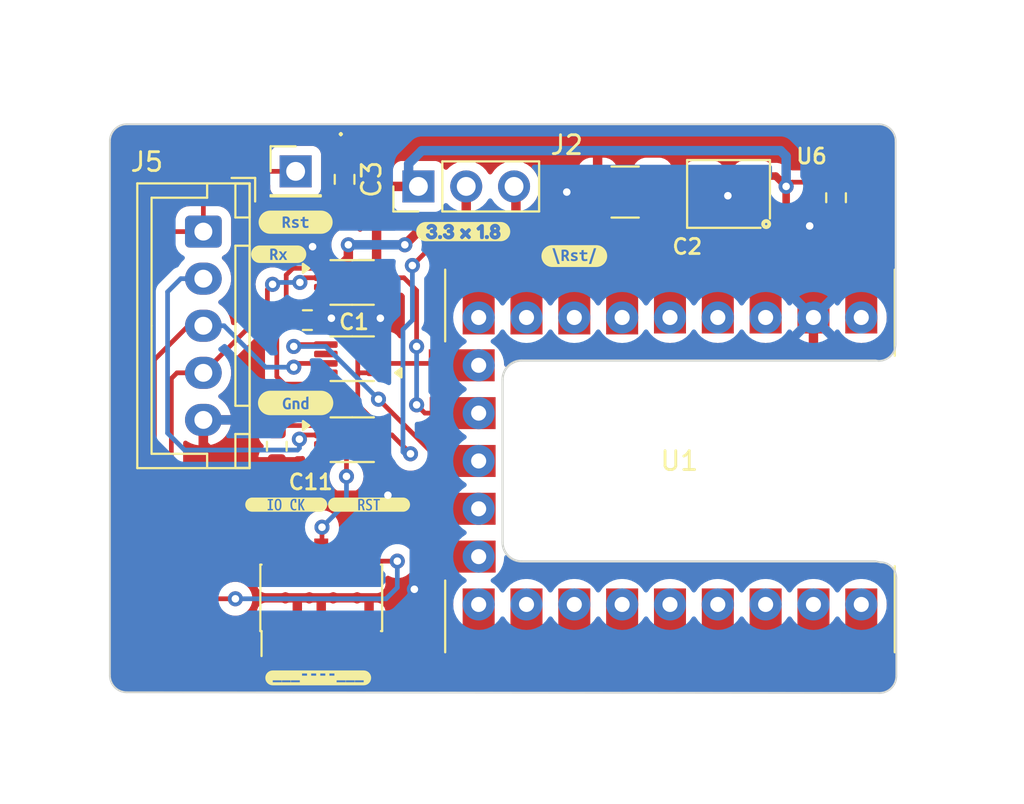
<source format=kicad_pcb>
(kicad_pcb (version 20240108) (generator "pcbnew") (generator_version "8.0")
  (layers (0 "F.Cu" signal) (31 "B.Cu" signal) (34 "B.Paste" user) (35 "F.Paste" user) (36 "B.SilkS" user "B.Silkscreen") (37 "F.SilkS" user "F.Silkscreen") (38 "B.Mask" user) (39 "F.Mask" user) (44 "Edge.Cuts" user))
  (net 0 "")
  (net 1 "+3.3V")
  (net 7 "GND")
  (net 15 "OUT_UART_RX")
  (net 19 "INOUT_NRESET")
  (net 20 "OUT_SWDIO")
  (net 21 "OUT_SWDCLK")
  (net 25 "INOUT_SWO")
  (net 26 "OUT_UART_RX_3V")
  (net 27 "INOUT_SWO_3v")
  (net 28 "VTREF")
  (net 29 "OUT_SWDIO_3V")
  (net 31 "OUT_SWDCLK_3V")
  (net 36 "V1.8")
  (net 37 "SWIO_DIR_3V")
  (footprint "kibuzzard-6719D703" (layer "F.Cu") (at 119.405025 95.694975)
    (property "Reference" "kibuzzard-6719D703" (hide yes))
    (property "Value" "G***" (hide yes))
  )
  (footprint "Resistor_SMD:R_0603_1608Metric" (layer "F.Cu") (at 117.205025 83.394975 -90)
    (property "Reference" "C11" (at 1.9 -1.8 180) (layer "F.SilkS") (effects (font (size 0.8 0.8))))
    (property "Value" "100n")
    (pad "1" smd roundrect (at -0.825 0 270) (size 0.8 0.95) (layers "F.Cu" "F.Paste" "F.Mask") (net 28 "VTREF"))
    (pad "2" smd roundrect (at 0.825 0 270) (size 0.8 0.95) (layers "F.Cu" "F.Paste" "F.Mask") (net 7 "GND"))
  )
  (footprint "Connector_PinHeader_2.54mm:PinHeader_1x03_P2.54mm_Vertical" (layer "F.Cu") (at 124.725025 69.594975 90)
    (property "Reference" "J2" (at 2.2 7.88 180) (layer "F.SilkS"))
    (property "Value" "Conn_01x03_Socket")
    (pad "1" thru_hole rect (at 0 0 90) (size 1.7 1.7) (drill 1) (layers "*.Cu" "*.Mask") (net 1 "+3.3V"))
    (pad "2" thru_hole oval (at 0 2.54 90) (size 1.7 1.7) (drill 1) (layers "*.Cu" "*.Mask") (net 28 "VTREF"))
    (pad "3" thru_hole oval (at 0 5.08 90) (size 1.7 1.7) (drill 1) (layers "*.Cu" "*.Mask") (net 36 "V1.8"))
  )
  (footprint "kibuzzard-6713DC16" (layer "F.Cu") (at 122.105025 86.494975)
    (property "Reference" "kibuzzard-6713DC16" (hide yes))
    (property "Value" "G***" (hide yes))
  )
  (footprint "Resistor_SMD:R_1210_3225Metric" (layer "F.Cu") (at 135.705025 69.894975 180)
    (property "Reference" "C2" (at -3.3 -2.9 0) (layer "F.SilkS") (effects (font (size 0.8 0.8))))
    (property "Value" "47u")
    (pad "1" smd roundrect (at -1.4625 0 180) (size 1.125 2.65) (layers "F.Cu" "F.Paste" "F.Mask") (roundrect_rratio 0.222222) (net 36 "V1.8"))
    (pad "2" smd roundrect (at 1.4625 0 180) (size 1.125 2.65) (layers "F.Cu" "F.Paste" "F.Mask") (roundrect_rratio 0.222222) (net 7 "GND"))
  )
  (footprint "Resistor_SMD:R_0603_1608Metric" (layer "F.Cu") (at 120.805025 69.219975 -90)
    (property "Reference" "C3" (at 0 -1.43 90) (layer "F.SilkS"))
    (property "Value" "100n")
    (pad "1" smd roundrect (at -0.825 0 270) (size 0.8 0.95) (layers "F.Cu" "F.Paste" "F.Mask") (net 1 "+3.3V"))
    (pad "2" smd roundrect (at 0.825 0 270) (size 0.8 0.95) (layers "F.Cu" "F.Paste" "F.Mask") (net 7 "GND"))
  )
  (footprint "kibuzzard-6719D5F3" (layer "F.Cu") (at 118.205025 71.494975)
    (property "Reference" "kibuzzard-6719D5F3" (hide yes))
    (property "Value" "G***" (hide yes))
  )
  (footprint "kibuzzard-6719D5E3" (layer "F.Cu") (at 118.205025 81.094975)
    (property "Reference" "kibuzzard-6719D5E3" (hide yes))
    (property "Value" "G***" (hide yes))
  )
  (footprint "Package_SO:VSSOP-8_2.3x2mm_P0.5mm" (layer "F.Cu") (at 121.21005 78.744975 180)
    (property "Reference" "U5" (hide yes))
    (property "Value" "VTREF<->3V")
    (pad "1" smd roundrect (at -1.4 -0.75 180) (size 1.25 0.35) (layers "F.Cu" "F.Paste" "F.Mask") (net 1 "+3.3V"))
    (pad "2" smd roundrect (at -1.4 -0.25 180) (size 1.25 0.35) (layers "F.Cu" "F.Paste" "F.Mask") (net 29 "OUT_SWDIO_3V"))
    (pad "3" smd roundrect (at -1.4 0.25 180) (size 1.25 0.35) (layers "F.Cu" "F.Paste" "F.Mask"))
    (pad "4" smd roundrect (at -1.4 0.75 180) (size 1.25 0.35) (layers "F.Cu" "F.Paste" "F.Mask") (net 7 "GND"))
    (pad "5" smd roundrect (at 1.4 0.75 180) (size 1.25 0.35) (layers "F.Cu" "F.Paste" "F.Mask") (net 37 "SWIO_DIR_3V"))
    (pad "6" smd roundrect (at 1.4 0.25 180) (size 1.25 0.35) (layers "F.Cu" "F.Paste" "F.Mask"))
    (pad "7" smd roundrect (at 1.4 -0.25 180) (size 1.25 0.35) (layers "F.Cu" "F.Paste" "F.Mask") (net 20 "OUT_SWDIO"))
    (pad "8" smd roundrect (at 1.4 -0.75 180) (size 1.25 0.35) (layers "F.Cu" "F.Paste" "F.Mask") (net 28 "VTREF"))
  )
  (footprint "kibuzzard-6713DC2E" (layer "F.Cu") (at 117.705025 86.494975)
    (property "Reference" "kibuzzard-6713DC2E" (hide yes))
    (property "Value" "G***" (hide yes))
  )
  (footprint "Package_SO:VSSOP-8_2.3x2mm_P0.5mm" (layer "F.Cu") (at 121.21005 83.044975)
    (property "Reference" "U4" (hide yes))
    (property "Value" "VTREF->3V")
    (pad "1" smd roundrect (at -1.4 -0.75) (size 1.25 0.35) (layers "F.Cu" "F.Paste" "F.Mask") (net 28 "VTREF"))
    (pad "2" smd roundrect (at -1.4 -0.25) (size 1.25 0.35) (layers "F.Cu" "F.Paste" "F.Mask") (net 15 "OUT_UART_RX"))
    (pad "3" smd roundrect (at -1.4 0.25) (size 1.25 0.35) (layers "F.Cu" "F.Paste" "F.Mask") (net 25 "INOUT_SWO"))
    (pad "4" smd roundrect (at -1.4 0.75) (size 1.25 0.35) (layers "F.Cu" "F.Paste" "F.Mask") (net 7 "GND"))
    (pad "5" smd roundrect (at 1.4 0.75) (size 1.25 0.35) (layers "F.Cu" "F.Paste" "F.Mask") (net 28 "VTREF"))
    (pad "6" smd roundrect (at 1.4 0.25) (size 1.25 0.35) (layers "F.Cu" "F.Paste" "F.Mask") (net 27 "INOUT_SWO_3v"))
    (pad "7" smd roundrect (at 1.4 -0.25) (size 1.25 0.35) (layers "F.Cu" "F.Paste" "F.Mask") (net 26 "OUT_UART_RX_3V"))
    (pad "8" smd roundrect (at 1.4 -0.75) (size 1.25 0.35) (layers "F.Cu" "F.Paste" "F.Mask") (net 1 "+3.3V"))
  )
  (footprint "Connector_JST:JST_XH_B5B-XH-A_1x05_P2.50mm_Vertical" (layer "F.Cu") (at 113.305025 71.994975 -90)
    (property "Reference" "J5" (at -3.7 3 180) (layer "F.SilkS"))
    (property "Value" "Debug port")
    (pad "1" thru_hole roundrect (at 0 0 270) (size 1.7 1.95) (drill 0.95) (layers "*.Cu" "*.Mask") (roundrect_rratio 0.147059) (net 19 "INOUT_NRESET"))
    (pad "2" thru_hole oval (at 2.5 0 270) (size 1.7 1.95) (drill 0.95) (layers "*.Cu" "*.Mask") (net 15 "OUT_UART_RX"))
    (pad "3" thru_hole oval (at 5 0 270) (size 1.7 1.95) (drill 0.95) (layers "*.Cu" "*.Mask") (net 20 "OUT_SWDIO"))
    (pad "4" thru_hole oval (at 7.5 0 270) (size 1.7 1.95) (drill 0.95) (layers "*.Cu" "*.Mask") (net 21 "OUT_SWDCLK"))
    (pad "5" thru_hole oval (at 10 0 270) (size 1.7 1.95) (drill 0.95) (layers "*.Cu" "*.Mask") (net 7 "GND"))
  )
  (footprint "kibuzzard-6719D73B" (layer "F.Cu") (at 133.005025 73.294975)
    (property "Reference" "kibuzzard-6719D73B" (hide yes))
    (property "Value" "G***" (hide yes))
  )
  (footprint "PCM_Package_TO_SOT_SMD_AKL:TSOT-23-5" (layer "F.Cu") (at 141.195025 69.994975 180)
    (property "Reference" "U6" (at -4.41 2 0) (layer "F.SilkS") (effects (font (size 0.8 0.8))))
    (property "Value" "RT9013-33GB" (hide yes))
    (pad "1" smd roundrect (at -1.31 -0.95 180) (size 1.22 0.65) (layers "F.Cu" "F.Paste" "F.Mask") (net 1 "+3.3V"))
    (pad "2" smd roundrect (at -1.31 0 180) (size 1.22 0.65) (layers "F.Cu" "F.Paste" "F.Mask") (net 7 "GND"))
    (pad "3" smd roundrect (at -1.31 0.95 180) (size 1.22 0.65) (layers "F.Cu" "F.Paste" "F.Mask") (net 1 "+3.3V"))
    (pad "4" smd roundrect (at 1.31 0.95 180) (size 1.22 0.65) (layers "F.Cu" "F.Paste" "F.Mask"))
    (pad "5" smd roundrect (at 1.31 -0.95 180) (size 1.22 0.65) (layers "F.Cu" "F.Paste" "F.Mask") (net 36 "V1.8"))
  )
  (footprint "kibuzzard-6719D670" (layer "F.Cu") (at 117.305025 73.194975)
    (property "Reference" "kibuzzard-6719D670" (hide yes))
    (property "Value" "G***" (hide yes))
  )
  (footprint "Connector_PinHeader_1.27mm:PinHeader_2x05_P1.27mm_Vertical_SMD" (layer "F.Cu") (at 119.565025 91.444975 90)
    (property "Reference" "J1" (hide yes))
    (property "Value" "jtag")
    (pad "1" smd rect (at -1.95 -2.54 90) (size 2.4 0.74) (layers "F.Cu" "F.Paste" "F.Mask"))
    (pad "2" smd rect (at 1.95 -2.54 90) (size 2.4 0.74) (layers "F.Cu" "F.Paste" "F.Mask") (net 20 "OUT_SWDIO"))
    (pad "3" smd rect (at -1.95 -1.27 90) (size 2.4 0.74) (layers "F.Cu" "F.Paste" "F.Mask") (net 7 "GND"))
    (pad "4" smd rect (at 1.95 -1.27 90) (size 2.4 0.74) (layers "F.Cu" "F.Paste" "F.Mask") (net 21 "OUT_SWDCLK"))
    (pad "5" smd rect (at -1.95 0 90) (size 2.4 0.74) (layers "F.Cu" "F.Paste" "F.Mask") (net 7 "GND"))
    (pad "6" smd rect (at 1.95 0 90) (size 2.4 0.74) (layers "F.Cu" "F.Paste" "F.Mask") (net 25 "INOUT_SWO"))
    (pad "7" smd rect (at -1.95 1.27 90) (size 2.4 0.74) (layers "F.Cu" "F.Paste" "F.Mask"))
    (pad "8" smd rect (at 1.95 1.27 90) (size 2.4 0.74) (layers "F.Cu" "F.Paste" "F.Mask"))
    (pad "9" smd rect (at -1.95 2.54 90) (size 2.4 0.74) (layers "F.Cu" "F.Paste" "F.Mask") (net 7 "GND"))
    (pad "10" smd rect (at 1.95 2.54 90) (size 2.4 0.74) (layers "F.Cu" "F.Paste" "F.Mask") (net 19 "INOUT_NRESET"))
  )
  (footprint "Resistor_SMD:R_0603_1608Metric" (layer "F.Cu") (at 118.830025 76.694975)
    (property "Reference" "C1" (at 2.475 0.1 0) (layer "F.SilkS") (effects (font (size 0.8 0.8))))
    (property "Value" "100n")
    (pad "1" smd roundrect (at -0.825 0) (size 0.8 0.95) (layers "F.Cu" "F.Paste" "F.Mask") (net 28 "VTREF"))
    (pad "2" smd roundrect (at 0.825 0) (size 0.8 0.95) (layers "F.Cu" "F.Paste" "F.Mask") (net 7 "GND"))
  )
  (footprint "Resistor_SMD:R_0603_1608Metric" (layer "F.Cu") (at 146.905025 70.194975 -90)
    (property "Reference" "C10" (hide yes))
    (property "Value" "100n")
    (pad "1" smd roundrect (at -0.825 0 270) (size 0.8 0.95) (layers "F.Cu" "F.Paste" "F.Mask") (net 1 "+3.3V"))
    (pad "2" smd roundrect (at 0.825 0 270) (size 0.8 0.95) (layers "F.Cu" "F.Paste" "F.Mask") (net 7 "GND"))
  )
  (footprint "Connector_PinHeader_2.54mm:PinHeader_1x01_P2.54mm_Vertical" (layer "F.Cu") (at 118.205025 68.794975)
    (property "Reference" "." (at 2.4 -2.3 0) (layer "F.SilkS") (effects (font (size 0.8 0.8))))
    (property "Value" "PinHeader_1x01_P2.54mm_Vertical")
    (pad "1" thru_hole rect (at 0 0) (size 1.7 1.7) (drill 1) (layers "*.Cu" "*.Mask") (net 19 "INOUT_NRESET"))
  )
  (footprint "RP2040 Carrier:RP2040 Zero" (layer "F.Cu") (at 125.258025 74.014975 -90)
    (property "Reference" "U1" (at 10.16 -13.327 0) (layer "F.SilkS"))
    (property "Value" "RP2040-Zero")
    (fp_line (start 5.842 -3.937) (end 14.478 -3.937) (stroke (width 0.12)) (layer "Edge.Cuts"))
    (fp_line (start 15.494 -4.953) (end 15.494 -23.749) (stroke (width 0.12)) (layer "Edge.Cuts"))
    (fp_line (start 4.826 -23.749) (end 4.826 -4.953) (stroke (width 0.12)) (layer "Edge.Cuts"))
    (fp_arc (start 5.842 -3.937) (mid 5.12358 -4.23458) (end 4.826 -4.953) (stroke (width 0.12)) (layer "Edge.Cuts"))
    (fp_arc (start 15.494 -4.953) (mid 15.19642 -4.23458) (end 14.478 -3.937) (stroke (width 0.12)) (layer "Edge.Cuts"))
    (pad "1" smd rect (at 1.64 -22.987 270) (size 3.5 1.7) (layers "F.Cu" "F.Mask"))
    (pad "1" thru_hole circle (at 2.54 -22.987 270) (size 1.7 1.7) (drill 0.8) (layers "*.Cu" "*.Mask"))
    (pad "2" smd rect (at 1.64 -20.447 270) (size 3.5 1.7) (layers "F.Cu" "F.Mask") (net 7 "GND"))
    (pad "2" thru_hole circle (at 2.54 -20.447 270) (size 1.7 1.7) (drill 0.8) (layers "*.Cu" "*.Mask") (net 7 "GND"))
    (pad "3" smd rect (at 1.64 -17.907 270) (size 3.5 1.7) (layers "F.Cu" "F.Mask") (net 1 "+3.3V"))
    (pad "3" thru_hole circle (at 2.54 -17.907 270) (size 1.7 1.7) (drill 0.8) (layers "*.Cu" "*.Mask") (net 1 "+3.3V"))
    (pad "4" smd rect (at 1.64 -15.367 270) (size 3.5 1.7) (layers "F.Cu" "F.Mask"))
    (pad "4" thru_hole circle (at 2.54 -15.367 270) (size 1.7 1.7) (drill 0.8) (layers "*.Cu" "*.Mask"))
    (pad "5" smd rect (at 1.64 -12.827 270) (size 3.5 1.7) (layers "F.Cu" "F.Mask") (net 26 "OUT_UART_RX_3V"))
    (pad "5" thru_hole circle (at 2.54 -12.827 270) (size 1.7 1.7) (drill 0.8) (layers "*.Cu" "*.Mask") (net 26 "OUT_UART_RX_3V"))
    (pad "6" smd rect (at 1.69 -10.287 270) (size 3.5 1.7) (layers "F.Cu" "F.Mask"))
    (pad "6" thru_hole circle (at 2.54 -10.287 270) (size 1.7 1.7) (drill 0.8) (layers "*.Cu" "*.Mask"))
    (pad "7" smd rect (at 1.69 -7.747 270) (size 3.5 1.7) (layers "F.Cu" "F.Mask") (net 19 "INOUT_NRESET"))
    (pad "7" thru_hole circle (at 2.54 -7.747 270) (size 1.7 1.7) (drill 0.8) (layers "*.Cu" "*.Mask") (net 19 "INOUT_NRESET"))
    (pad "8" smd rect (at 1.69 -5.207 270) (size 3.5 1.7) (layers "F.Cu" "F.Mask"))
    (pad "8" thru_hole circle (at 2.54 -5.207 270) (size 1.7 1.7) (drill 0.8) (layers "*.Cu" "*.Mask"))
    (pad "9" smd rect (at 1.69 -2.667 270) (size 3.5 1.7) (layers "F.Cu" "F.Mask"))
    (pad "9" thru_hole circle (at 2.54 -2.667 270) (size 1.7 1.7) (drill 0.8) (layers "*.Cu" "*.Mask"))
    (pad "10" thru_hole circle (at 17.78 -22.987 270) (size 1.7 1.7) (drill 0.8) (layers "*.Cu" "*.Mask"))
    (pad "10" smd rect (at 18.68 -22.987 270) (size 3.5 1.7) (layers "F.Cu" "F.Mask"))
    (pad "11" thru_hole circle (at 17.78 -20.447 270) (size 1.7 1.7) (drill 0.8) (layers "*.Cu" "*.Mask"))
    (pad "11" smd rect (at 18.68 -20.447 270) (size 3.5 1.7) (layers "F.Cu" "F.Mask"))
    (pad "12" thru_hole circle (at 17.78 -17.907 270) (size 1.7 1.7) (drill 0.8) (layers "*.Cu" "*.Mask"))
    (pad "12" smd rect (at 18.68 -17.907 270) (size 3.5 1.7) (layers "F.Cu" "F.Mask"))
    (pad "13" thru_hole circle (at 17.78 -15.367 270) (size 1.7 1.7) (drill 0.8) (layers "*.Cu" "*.Mask"))
    (pad "13" smd rect (at 18.68 -15.367 270) (size 3.5 1.7) (layers "F.Cu" "F.Mask"))
    (pad "14" thru_hole circle (at 17.78 -12.827 270) (size 1.7 1.7) (drill 0.8) (layers "*.Cu" "*.Mask"))
    (pad "14" smd rect (at 18.68 -12.827 270) (size 3.5 1.7) (layers "F.Cu" "F.Mask"))
    (pad "15" thru_hole circle (at 17.78 -10.287 270) (size 1.7 1.7) (drill 0.8) (layers "*.Cu" "*.Mask"))
    (pad "15" smd rect (at 18.68 -10.287 270) (size 3.5 1.7) (layers "F.Cu" "F.Mask"))
    (pad "16" thru_hole circle (at 17.78 -7.747 270) (size 1.7 1.7) (drill 0.8) (layers "*.Cu" "*.Mask"))
    (pad "16" smd rect (at 18.68 -7.747 270) (size 3.5 1.7) (layers "F.Cu" "F.Mask"))
    (pad "17" thru_hole circle (at 17.78 -5.207 270) (size 1.7 1.7) (drill 0.8) (layers "*.Cu" "*.Mask"))
    (pad "17" smd rect (at 18.68 -5.207 270) (size 3.5 1.7) (layers "F.Cu" "F.Mask"))
    (pad "18" thru_hole circle (at 17.78 -2.667 270) (size 1.7 1.7) (drill 0.8) (layers "*.Cu" "*.Mask"))
    (pad "18" smd rect (at 18.68 -2.667 270) (size 3.5 1.7) (layers "F.Cu" "F.Mask"))
    (pad "19" thru_hole circle (at 5.08 -2.667 270) (size 1.7 1.7) (drill 0.8) (layers "*.Cu" "*.Mask") (net 29 "OUT_SWDIO_3V"))
    (pad "19" smd rect (at 5.08 -1.767) (size 3.5 1.7) (layers "F.Cu" "F.Mask") (net 29 "OUT_SWDIO_3V"))
    (pad "20" thru_hole circle (at 7.62 -2.667 270) (size 1.7 1.7) (drill 0.8) (layers "*.Cu" "*.Mask") (net 31 "OUT_SWDCLK_3V"))
    (pad "20" smd rect (at 7.62 -1.817) (size 3.5 1.7) (layers "F.Cu" "F.Mask") (net 31 "OUT_SWDCLK_3V"))
    (pad "21" thru_hole circle (at 10.16 -2.667 270) (size 1.7 1.7) (drill 0.8) (layers "*.Cu" "*.Mask") (net 37 "SWIO_DIR_3V"))
    (pad "21" smd rect (at 10.16 -1.817) (size 3.5 1.7) (layers "F.Cu" "F.Mask") (net 37 "SWIO_DIR_3V"))
    (pad "22" thru_hole circle (at 12.7 -2.667 270) (size 1.7 1.7) (drill 0.8) (layers "*.Cu" "*.Mask") (net 19 "INOUT_NRESET"))
    (pad "22" smd rect (at 12.7 -1.817) (size 3.5 1.7) (layers "F.Cu" "F.Mask") (net 19 "INOUT_NRESET"))
    (pad "23" thru_hole circle (at 15.24 -2.667 270) (size 1.7 1.7) (drill 0.8) (layers "*.Cu" "*.Mask"))
    (pad "23" smd rect (at 15.24 -1.817) (size 3.5 1.7) (layers "F.Cu" "F.Mask"))
  )
  (footprint "kibuzzard-6714FCCA" (layer "F.Cu") (at 127.105025 71.994975)
    (property "Reference" "kibuzzard-6714FCCA" (hide yes))
    (property "Value" "G***" (hide yes))
  )
  (footprint "Package_SO:VSSOP-8_2.3x2mm_P0.5mm" (layer "F.Cu") (at 121.205025 74.694975)
    (property "Reference" "U3" (hide yes))
    (property "Value" "3V->VTREF")
    (pad "1" smd roundrect (at -1.4 -0.75) (size 1.25 0.35) (layers "F.Cu" "F.Paste" "F.Mask") (net 28 "VTREF"))
    (pad "2" smd roundrect (at -1.4 -0.25) (size 1.25 0.35) (layers "F.Cu" "F.Paste" "F.Mask") (net 21 "OUT_SWDCLK"))
    (pad "3" smd roundrect (at -1.4 0.25) (size 1.25 0.35) (layers "F.Cu" "F.Paste" "F.Mask"))
    (pad "4" smd roundrect (at -1.4 0.75) (size 1.25 0.35) (layers "F.Cu" "F.Paste" "F.Mask") (net 7 "GND"))
    (pad "5" smd roundrect (at 1.4 0.75) (size 1.25 0.35) (layers "F.Cu" "F.Paste" "F.Mask") (net 7 "GND"))
    (pad "6" smd roundrect (at 1.4 0.25) (size 1.25 0.35) (layers "F.Cu" "F.Paste" "F.Mask"))
    (pad "7" smd roundrect (at 1.4 -0.25) (size 1.25 0.35) (layers "F.Cu" "F.Paste" "F.Mask") (net 31 "OUT_SWDCLK_3V"))
    (pad "8" smd roundrect (at 1.4 -0.75) (size 1.25 0.35) (layers "F.Cu" "F.Paste" "F.Mask") (net 1 "+3.3V"))
  )
  (gr_arc (start 108.341421 67.194975) (mid 108.605025 66.558579) (end 109.241421 66.294975) (stroke (width 0.1)) (layer "Edge.Cuts"))
  (gr_line (start 149.007025 89.508975) (end 149.268629 89.558579) (stroke (width 0.1)) (layer "Edge.Cuts"))
  (gr_line (start 149.205025 96.494975) (end 109.241421 96.458579) (stroke (width 0.1)) (layer "Edge.Cuts"))
  (gr_line (start 108.341421 67.194975) (end 108.341421 95.558579) (stroke (width 0.1)) (layer "Edge.Cuts"))
  (gr_line (start 149.007025 78.840975) (end 149.168629 78.858579) (stroke (width 0.1)) (layer "Edge.Cuts"))
  (gr_arc (start 149.268629 89.558579) (mid 149.86005 89.803554) (end 150.105025 90.394975) (stroke (width 0.1)) (layer "Edge.Cuts"))
  (gr_arc (start 149.168629 66.294975) (mid 149.805025 66.558579) (end 150.068629 67.194975) (stroke (width 0.1)) (layer "Edge.Cuts"))
  (gr_line (start 150.068629 77.958579) (end 150.068629 67.194975) (stroke (width 0.1)) (layer "Edge.Cuts"))
  (gr_arc (start 150.068629 77.958579) (mid 149.805025 78.594975) (end 149.168629 78.858579) (stroke (width 0.1)) (layer "Edge.Cuts"))
  (gr_arc (start 109.241421 96.458579) (mid 108.605025 96.194975) (end 108.341421 95.558579) (stroke (width 0.1)) (layer "Edge.Cuts"))
  (gr_line (start 149.168629 66.294975) (end 109.241421 66.294975) (stroke (width 0.1)) (layer "Edge.Cuts"))
  (gr_arc (start 150.105025 95.594975) (mid 149.841421 96.231371) (end 149.205025 96.494975) (stroke (width 0.1)) (layer "Edge.Cuts"))
  (gr_line (start 150.105025 90.394975) (end 150.105025 95.594975) (stroke (width 0.1)) (layer "Edge.Cuts"))
  (segment (start 122.61005 79.494975) (end 121.505025 79.494975) (width 0.25) (layer "F.Cu") (net 1))
  (segment (start 146.905025 69.369975) (end 144.580025 69.369975) (width 0.25) (layer "F.Cu") (net 1))
  (segment (start 142.655025 69.044975) (end 143.705025 69.044975) (width 0.4) (layer "F.Cu") (net 1))
  (segment (start 143.165025 75.654975) (end 143.165025 71.604975) (width 0.5) (layer "F.Cu") (net 1))
  (segment (start 121.655025 73.944975) (end 121.505025 74.094975) (width 0.25) (layer "F.Cu") (net 1))
  (segment (start 122.605025 73.944975) (end 121.655025 73.944975) (width 0.25) (layer "F.Cu") (net 1))
  (segment (start 122.61005 82.294975) (end 121.505025 81.18995) (width 0.25) (layer "F.Cu") (net 1))
  (segment (start 144.255025 70.794975) (end 144.255025 69.594975) (width 0.4) (layer "F.Cu") (net 1))
  (segment (start 143.165025 71.604975) (end 142.505025 70.944975) (width 0.5) (layer "F.Cu") (net 1))
  (segment (start 121.505025 74.094975) (end 121.505025 79.494975) (width 0.25) (layer "F.Cu") (net 1))
  (segment (start 144.105025 70.944975) (end 144.255025 70.794975) (width 0.4) (layer "F.Cu") (net 1))
  (segment (start 122.805025 69.594975) (end 124.725025 69.594975) (width 0.5) (layer "F.Cu") (net 1))
  (segment (start 143.705025 69.044975) (end 144.255025 69.594975) (width 0.4) (layer "F.Cu") (net 1))
  (segment (start 144.480025 69.369975) (end 144.255025 69.594975) (width 0.25) (layer "F.Cu") (net 1))
  (segment (start 144.580025 69.369975) (end 144.305025 69.644975) (width 0.25) (layer "F.Cu") (net 1))
  (segment (start 120.805025 68.394975) (end 121.605025 68.394975) (width 0.5) (layer "F.Cu") (net 1))
  (segment (start 142.655025 70.944975) (end 144.105025 70.944975) (width 0.4) (layer "F.Cu") (net 1))
  (segment (start 121.605025 68.394975) (end 122.805025 69.594975) (width 0.5) (layer "F.Cu") (net 1))
  (segment (start 144.305025 69.644975) (end 144.255025 69.594975) (width 0.5) (layer "F.Cu") (net 1))
  (segment (start 122.505025 73.794975) (end 122.505025 69.594975) (width 0.5) (layer "F.Cu") (net 1))
  (segment (start 121.505025 81.18995) (end 121.505025 79.494975) (width 0.25) (layer "F.Cu") (net 1))
  (via (at 144.255025 69.594975) (size 0.8) (drill 0.4) (layers "F.Cu" "B.Cu") (net 1))
  (segment (start 143.955025 67.694975) (end 124.905025 67.694975) (width 0.5) (layer "B.Cu") (net 1))
  (segment (start 124.205025 68.394975) (end 124.205025 69.594975) (width 0.5) (layer "B.Cu") (net 1))
  (segment (start 144.255025 69.594975) (end 144.255025 67.994975) (width 0.5) (layer "B.Cu") (net 1))
  (segment (start 144.255025 67.994975) (end 143.955025 67.694975) (width 0.5) (layer "B.Cu") (net 1))
  (segment (start 124.905025 67.694975) (end 124.205025 68.394975) (width 0.5) (layer "B.Cu") (net 1))
  (segment (start 122.61005 76.68995) (end 122.705025 76.594975) (width 0.25) (layer "F.Cu") (net 7))
  (segment (start 146.905025 71.019975) (end 146.905025 71.594975) (width 0.25) (layer "F.Cu") (net 7))
  (segment (start 146.905025 71.594975) (end 146.805025 71.694975) (width 0.25) (layer "F.Cu") (net 7))
  (segment (start 141.16005 70.08995) (end 141.255025 69.994975) (width 0.25) (layer "F.Cu") (net 7))
  (segment (start 145.705025 75.654975) (end 145.705025 71.894975) (width 0.5) (layer "F.Cu") (net 7))
  (segment (start 113.305025 83.294975) (end 113.305025 81.994975) (width 0.5) (layer "F.Cu") (net 7))
  (segment (start 119.180025 71.669975) (end 120.805025 70.044975) (width 0.25) (layer "F.Cu") (net 7))
  (segment (start 119.68505 83.919975) (end 119.81005 83.919975) (width 0.5) (layer "F.Cu") (net 7))
  (segment (start 119.180025 72.719975) (end 119.180025 71.669975) (width 0.25) (layer "F.Cu") (net 7))
  (segment (start 117.505025 85.992462) (end 117.502512 85.994975) (width 0.25) (layer "F.Cu") (net 7))
  (segment (start 115.755025 85.994975) (end 117.655025 85.994975) (width 0.5) (layer "F.Cu") (net 7))
  (segment (start 124.505025 90.994975) (end 124.51005 90.98995) (width 0.5) (layer "F.Cu") (net 7))
  (segment (start 119.105025 72.794975) (end 119.180025 72.719975) (width 0.25) (layer "F.Cu") (net 7))
  (segment (start 124.505025 94.994975) (end 124.505025 90.994975) (width 0.5) (layer "F.Cu") (net 7))
  (segment (start 120.265025 95.794975) (end 124.505025 95.794975) (width 0.5) (layer "F.Cu") (net 7))
  (segment (start 115.755025 85.994975) (end 115.755025 85.744975) (width 0.5) (layer "F.Cu") (net 7))
  (segment (start 119.61005 85.092462) (end 119.61005 83.994975) (width 0.5) (layer "F.Cu") (net 7))
  (segment (start 117.505025 84.219975) (end 117.505025 85.992462) (width 0.25) (layer "F.Cu") (net 7))
  (segment (start 118.905025 85.994975) (end 122.9 85.994975) (width 0.5) (layer "F.Cu") (net 7))
  (segment (start 122.605025 76.494975) (end 122.705025 76.594975) (width 0.25) (layer "F.Cu") (net 7))
  (segment (start 115.755025 85.744975) (end 113.305025 83.294975) (width 0.5) (layer "F.Cu") (net 7))
  (segment (start 122.61005 77.994975) (end 122.61005 76.68995) (width 0.25) (layer "F.Cu") (net 7))
  (segment (start 141.255025 69.994975) (end 142.655025 69.994975) (width 0.4) (layer "F.Cu") (net 7))
  (segment (start 145.705025 71.894975) (end 145.505025 71.694975) (width 0.5) (layer "F.Cu") (net 7))
  (segment (start 124.505025 94.994975) (end 122.905025 93.394975) (width 0.5) (layer "F.Cu") (net 7))
  (segment (start 118.707537 85.994975) (end 119.61005 85.092462) (width 0.5) (layer "F.Cu") (net 7))
  (segment (start 120.265025 95.794975) (end 119.565025 95.094975) (width 0.5) (layer "F.Cu") (net 7))
  (segment (start 120.105025 76.594975) (end 120.105025 75.744975) (width 0.25) (layer "F.Cu") (net 7))
  (segment (start 134.192525 69.894975) (end 132.617525 69.894975) (width 0.5) (layer "F.Cu") (net 7))
  (segment (start 117.502512 85.994975) (end 118.707537 85.994975) (width 0.5) (layer "F.Cu") (net 7))
  (segment (start 118.295025 93.394975) (end 119.565025 93.394975) (width 0.5) (layer "F.Cu") (net 7))
  (segment (start 122.905025 93.394975) (end 122.105025 93.394975) (width 0.5) (layer "F.Cu") (net 7))
  (segment (start 146.805025 71.694975) (end 145.505025 71.694975) (width 0.25) (layer "F.Cu") (net 7))
  (segment (start 119.61005 83.994975) (end 119.68505 83.919975) (width 0.5) (layer "F.Cu") (net 7))
  (segment (start 120.105025 75.744975) (end 119.805025 75.444975) (width 0.25) (layer "F.Cu") (net 7))
  (segment (start 122.605025 75.444975) (end 122.605025 76.494975) (width 0.25) (layer "F.Cu") (net 7))
  (segment (start 124.505025 95.794975) (end 124.505025 94.994975) (width 0.5) (layer "F.Cu") (net 7))
  (segment (start 119.565025 95.094975) (end 119.565025 93.394975) (width 0.5) (layer "F.Cu") (net 7))
  (via (at 119.105025 72.794975) (size 0.8) (drill 0.4) (layers "F.Cu" "B.Cu") (net 7))
  (via (at 132.605025 69.894975) (size 0.8) (drill 0.4) (layers "F.Cu" "B.Cu") (net 7))
  (via (at 120.105025 76.594975) (size 0.8) (drill 0.4) (layers "F.Cu" "B.Cu") (net 7))
  (via (at 141.16005 70.08995) (size 0.8) (drill 0.4) (layers "F.Cu" "B.Cu") (net 7))
  (via (at 122.705025 76.594975) (size 0.8) (drill 0.4) (layers "F.Cu" "B.Cu") (net 7))
  (via (at 123.105025 85.994975) (size 0.8) (drill 0.4) (layers "F.Cu" "B.Cu") (net 7))
  (via (at 124.51005 90.98995) (size 0.8) (drill 0.4) (layers "F.Cu" "B.Cu") (net 7))
  (via (at 145.505025 71.694975) (size 0.8) (drill 0.4) (layers "F.Cu" "B.Cu") (net 7))
  (segment (start 125.605025 71.694975) (end 145.505025 71.694975) (width 0.5) (layer "B.Cu") (net 7))
  (segment (start 132.605025 71.694975) (end 132.605025 69.894975) (width 0.5) (layer "B.Cu") (net 7))
  (segment (start 119.105025 72.794975) (end 119.205025 72.794975) (width 0.25) (layer "B.Cu") (net 7))
  (segment (start 125.605025 71.694975) (end 125.605025 88.294975) (width 0.5) (layer "B.Cu") (net 7))
  (segment (start 124.51005 90.98995) (end 124.505025 90.984925) (width 0.5) (layer "B.Cu") (net 7))
  (segment (start 124.505025 90.984925) (end 124.505025 89.394975) (width 0.5) (layer "B.Cu") (net 7))
  (segment (start 124.505025 87.394975) (end 123.105025 85.994975) (width 0.5) (layer "B.Cu") (net 7))
  (segment (start 120.105025 76.594975) (end 122.705025 76.594975) (width 0.25) (layer "B.Cu") (net 7))
  (segment (start 119.205025 72.794975) (end 122.705025 76.294975) (width 0.25) (layer "B.Cu") (net 7))
  (segment (start 141.805025 71.744975) (end 141.805025 70.734925) (width 0.5) (layer "B.Cu") (net 7))
  (segment (start 141.805025 70.734925) (end 141.16005 70.08995) (width 0.5) (layer "B.Cu") (net 7))
  (segment (start 125.605025 88.294975) (end 124.505025 89.394975) (width 0.5) (layer "B.Cu") (net 7))
  (segment (start 120.205025 71.694975) (end 125.605025 71.694975) (width 0.5) (layer "B.Cu") (net 7))
  (segment (start 124.505025 89.394975) (end 124.505025 87.394975) (width 0.5) (layer "B.Cu") (net 7))
  (segment (start 120.205025 71.694975) (end 119.105025 72.794975) (width 0.5) (layer "B.Cu") (net 7))
  (segment (start 122.705025 76.294975) (end 122.705025 76.594975) (width 0.25) (layer "B.Cu") (net 7))
  (segment (start 119.81005 82.794975) (end 118.630025 82.794975) (width 0.25) (layer "F.Cu") (net 15))
  (segment (start 118.630025 82.794975) (end 118.405025 83.019975) (width 0.25) (layer "F.Cu") (net 15))
  (via (at 118.405025 83.019975) (size 0.8) (drill 0.4) (layers "F.Cu" "B.Cu") (net 15))
  (segment (start 118.405025 83.019975) (end 118.405025 83.494975) (width 0.25) (layer "B.Cu") (net 15))
  (segment (start 112.305025 83.594975) (end 111.405025 82.694975) (width 0.25) (layer "B.Cu") (net 15))
  (segment (start 111.405025 82.694975) (end 111.405025 75.194975) (width 0.25) (layer "B.Cu") (net 15))
  (segment (start 118.305025 83.594975) (end 112.305025 83.594975) (width 0.25) (layer "B.Cu") (net 15))
  (segment (start 112.105025 74.494975) (end 113.305025 74.494975) (width 0.25) (layer "B.Cu") (net 15))
  (segment (start 118.405025 83.494975) (end 118.305025 83.594975) (width 0.25) (layer "B.Cu") (net 15))
  (segment (start 111.405025 75.194975) (end 112.105025 74.494975) (width 0.25) (layer "B.Cu") (net 15))
  (segment (start 113.305025 70.394975) (end 114.905025 68.794975) (width 0.25) (layer "F.Cu") (net 19))
  (segment (start 109.905025 73.794975) (end 109.905025 87.894975) (width 0.25) (layer "F.Cu") (net 19))
  (segment (start 123.605025 89.494975) (end 122.105025 89.494975) (width 0.25) (layer "F.Cu") (net 19))
  (segment (start 124.885025 86.714975) (end 127.075025 86.714975) (width 0.25) (layer "F.Cu") (net 19))
  (segment (start 111.705025 71.994975) (end 109.905025 73.794975) (width 0.25) (layer "F.Cu") (net 19))
  (segment (start 113.505025 91.494975) (end 115.005025 91.494975) (width 0.25) (layer "F.Cu") (net 19))
  (segment (start 113.305025 71.994975) (end 113.305025 70.394975) (width 0.25) (layer "F.Cu") (net 19))
  (segment (start 109.905025 87.894975) (end 113.505025 91.494975) (width 0.25) (layer "F.Cu") (net 19))
  (segment (start 113.305025 71.994975) (end 111.705025 71.994975) (width 0.25) (layer "F.Cu") (net 19))
  (segment (start 114.905025 68.794975) (end 118.205025 68.794975) (width 0.25) (layer "F.Cu") (net 19))
  (segment (start 122.105025 89.494975) (end 124.885025 86.714975) (width 0.25) (layer "F.Cu") (net 19))
  (via (at 115.005025 91.494975) (size 0.8) (drill 0.4) (layers "F.Cu" "B.Cu") (net 19))
  (via (at 123.605025 89.494975) (size 0.8) (drill 0.4) (layers "F.Cu" "B.Cu") (net 19))
  (segment (start 115.005025 91.494975) (end 123.005025 91.494975) (width 0.25) (layer "B.Cu") (net 19))
  (segment (start 123.005025 91.494975) (end 123.605025 90.894975) (width 0.25) (layer "B.Cu") (net 19))
  (segment (start 123.605025 90.894975) (end 123.605025 89.494975) (width 0.25) (layer "B.Cu") (net 19))
  (segment (start 110.705025 86.194975) (end 110.705025 78.794975) (width 0.25) (layer "F.Cu") (net 20))
  (segment (start 118.305025 78.994975) (end 118.105025 79.194975) (width 0.25) (layer "F.Cu") (net 20))
  (segment (start 110.705025 78.794975) (end 112.505025 76.994975) (width 0.25) (layer "F.Cu") (net 20))
  (segment (start 119.81005 78.994975) (end 118.305025 78.994975) (width 0.25) (layer "F.Cu") (net 20))
  (segment (start 117.025025 89.494975) (end 114.005025 89.494975) (width 0.25) (layer "F.Cu") (net 20))
  (segment (start 114.005025 89.494975) (end 110.705025 86.194975) (width 0.25) (layer "F.Cu") (net 20))
  (via (at 118.105025 79.194975) (size 0.8) (drill 0.4) (layers "F.Cu" "B.Cu") (net 20))
  (segment (start 114.405025 76.994975) (end 113.305025 76.994975) (width 0.25) (layer "B.Cu") (net 20))
  (segment (start 118.105025 79.194975) (end 116.605025 79.194975) (width 0.25) (layer "B.Cu") (net 20))
  (segment (start 116.605025 79.194975) (end 114.405025 76.994975) (width 0.25) (layer "B.Cu") (net 20))
  (segment (start 117.905025 87.194975) (end 118.295025 87.584975) (width 0.25) (layer "F.Cu") (net 21))
  (segment (start 111.605025 79.794975) (end 111.605025 84.794975) (width 0.25) (layer "F.Cu") (net 21))
  (segment (start 116.705025 76.094975) (end 113.305025 79.494975) (width 0.25) (layer "F.Cu") (net 21))
  (segment (start 114.005025 87.194975) (end 117.905025 87.194975) (width 0.25) (layer "F.Cu") (net 21))
  (segment (start 116.705025 75.069975) (end 116.705025 76.094975) (width 0.25) (layer "F.Cu") (net 21))
  (segment (start 118.295025 87.584975) (end 118.295025 89.494975) (width 0.25) (layer "F.Cu") (net 21))
  (segment (start 116.980025 74.794975) (end 116.705025 75.069975) (width 0.25) (layer "F.Cu") (net 21))
  (segment (start 119.805025 74.444975) (end 118.680025 74.444975) (width 0.25) (layer "F.Cu") (net 21))
  (segment (start 118.680025 74.444975) (end 118.430025 74.694975) (width 0.25) (layer "F.Cu") (net 21))
  (segment (start 111.905025 79.494975) (end 111.605025 79.794975) (width 0.25) (layer "F.Cu") (net 21))
  (segment (start 111.605025 84.794975) (end 114.005025 87.194975) (width 0.25) (layer "F.Cu") (net 21))
  (segment (start 113.305025 79.494975) (end 111.905025 79.494975) (width 0.25) (layer "F.Cu") (net 21))
  (via (at 118.430025 74.694975) (size 0.8) (drill 0.4) (layers "F.Cu" "B.Cu") (net 21))
  (via (at 116.980025 74.794975) (size 0.8) (drill 0.4) (layers "F.Cu" "B.Cu") (net 21))
  (segment (start 117.080025 74.694975) (end 116.980025 74.794975) (width 0.25) (layer "B.Cu") (net 21))
  (segment (start 118.430025 74.694975) (end 117.080025 74.694975) (width 0.25) (layer "B.Cu") (net 21))
  (segment (start 120.905025 83.679162) (end 120.905025 84.994975) (width 0.25) (layer "F.Cu") (net 25))
  (segment (start 120.520838 83.294975) (end 120.905025 83.679162) (width 0.25) (layer "F.Cu") (net 25))
  (segment (start 119.81005 83.294975) (end 120.520838 83.294975) (width 0.25) (layer "F.Cu") (net 25))
  (segment (start 119.605025 87.694975) (end 119.605025 89.454975) (width 0.25) (layer "F.Cu") (net 25))
  (via (at 119.605025 87.694975) (size 0.8) (drill 0.4) (layers "F.Cu" "B.Cu") (net 25))
  (via (at 120.905025 84.994975) (size 0.8) (drill 0.4) (layers "F.Cu" "B.Cu") (net 25))
  (segment (start 120.905025 86.394975) (end 119.605025 87.694975) (width 0.25) (layer "B.Cu") (net 25))
  (segment (start 120.905025 84.994975) (end 120.905025 86.394975) (width 0.25) (layer "B.Cu") (net 25))
  (segment (start 137.005025 72.494975) (end 125.705025 72.494975) (width 0.25) (layer "F.Cu") (net 26))
  (segment (start 124.105025 83.579162) (end 123.320838 82.794975) (width 0.25) (layer "F.Cu") (net 26))
  (segment (start 124.105025 83.894975) (end 124.105025 83.579162) (width 0.25) (layer "F.Cu") (net 26))
  (segment (start 138.085025 73.574975) (end 137.005025 72.494975) (width 0.25) (layer "F.Cu") (net 26))
  (segment (start 125.705025 72.494975) (end 125.305025 72.894975) (width 0.25) (layer "F.Cu") (net 26))
  (segment (start 125.305025 72.894975) (end 124.405025 73.794975) (width 0.25) (layer "F.Cu") (net 26))
  (segment (start 138.085025 75.654975) (end 138.085025 73.574975) (width 0.25) (layer "F.Cu") (net 26))
  (segment (start 123.320838 82.794975) (end 122.61005 82.794975) (width 0.25) (layer "F.Cu") (net 26))
  (via (at 124.405025 73.794975) (size 0.8) (drill 0.4) (layers "F.Cu" "B.Cu") (net 26))
  (via (at 124.305025 83.794975) (size 0.8) (drill 0.4) (layers "F.Cu" "B.Cu") (net 26))
  (segment (start 123.905025 83.694975) (end 124.105025 83.894975) (width 0.25) (layer "B.Cu") (net 26))
  (segment (start 124.405025 73.794975) (end 124.405025 76.694975) (width 0.25) (layer "B.Cu") (net 26))
  (segment (start 123.905025 77.194975) (end 123.905025 83.694975) (width 0.25) (layer "B.Cu") (net 26))
  (segment (start 124.405025 76.694975) (end 123.905025 77.194975) (width 0.25) (layer "B.Cu") (net 26))
  (segment (start 117.205025 79.694975) (end 117.605025 80.094975) (width 0.25) (layer "F.Cu") (net 28))
  (segment (start 127.265025 69.594975) (end 127.265025 71.134975) (width 0.5) (layer "F.Cu") (net 28))
  (segment (start 119.21005 80.094975) (end 119.81005 79.494975) (width 0.25) (layer "F.Cu") (net 28))
  (segment (start 127.005025 71.394975) (end 125.305025 71.394975) (width 0.5) (layer "F.Cu") (net 28))
  (segment (start 119.705025 73.944975) (end 118.055025 73.944975) (width 0.25) (layer "F.Cu") (net 28))
  (segment (start 117.490012 82.294975) (end 119.720037 82.294975) (width 0.25) (layer "F.Cu") (net 28))
  (segment (start 121.405025 82.994975) (end 121.405025 83.794975) (width 0.25) (layer "F.Cu") (net 28))
  (segment (start 117.605025 80.094975) (end 119.21005 80.094975) (width 0.25) (layer "F.Cu") (net 28))
  (segment (start 117.205025 76.794975) (end 117.205025 79.694975) (width 0.25) (layer "F.Cu") (net 28))
  (segment (start 119.81005 82.294975) (end 119.81005 79.494975) (width 0.25) (layer "F.Cu") (net 28))
  (segment (start 119.81005 82.294975) (end 120.705025 82.294975) (width 0.25) (layer "F.Cu") (net 28))
  (segment (start 117.705025 74.294975) (end 117.705025 76.294975) (width 0.25) (layer "F.Cu") (net 28))
  (segment (start 120.580025 73.819975) (end 119.805025 73.819975) (width 0.5) (layer "F.Cu") (net 28))
  (segment (start 121.005025 72.694975) (end 121.005025 73.394975) (width 0.5) (layer "F.Cu") (net 28))
  (segment (start 117.705025 76.294975) (end 117.205025 76.794975) (width 0.25) (layer "F.Cu") (net 28))
  (segment (start 120.705025 82.294975) (end 121.405025 82.994975) (width 0.25) (layer "F.Cu") (net 28))
  (segment (start 121.005025 73.394975) (end 120.580025 73.819975) (width 0.5) (layer "F.Cu") (net 28))
  (segment (start 125.305025 71.394975) (end 124.005025 72.694975) (width 0.5) (layer "F.Cu") (net 28))
  (segment (start 118.055025 73.944975) (end 117.705025 74.294975) (width 0.25) (layer "F.Cu") (net 28))
  (segment (start 121.405025 83.794975) (end 122.61005 83.794975) (width 0.25) (layer "F.Cu") (net 28))
  (segment (start 127.265025 71.134975) (end 127.005025 71.394975) (width 0.5) (layer "F.Cu") (net 28))
  (via (at 124.005025 72.694975) (size 0.8) (drill 0.4) (layers "F.Cu" "B.Cu") (net 28))
  (via (at 121.005025 72.694975) (size 0.8) (drill 0.4) (layers "F.Cu" "B.Cu") (net 28))
  (segment (start 124.005025 72.694975) (end 121.005025 72.694975) (width 0.5) (layer "B.Cu") (net 28))
  (segment (start 126.925025 78.994975) (end 122.61005 78.994975) (width 0.25) (layer "F.Cu") (net 29))
  (segment (start 123.955025 74.444975) (end 122.605025 74.444975) (width 0.25) (layer "F.Cu") (net 31))
  (segment (start 127.075025 81.634975) (end 125.070025 81.634975) (width 0.25) (layer "F.Cu") (net 31))
  (segment (start 125.070025 81.634975) (end 124.630025 81.194975) (width 0.25) (layer "F.Cu") (net 31))
  (segment (start 124.630025 78.094975) (end 124.630025 75.119975) (width 0.25) (layer "F.Cu") (net 31))
  (segment (start 124.630025 75.119975) (end 123.955025 74.444975) (width 0.25) (layer "F.Cu") (net 31))
  (via (at 124.630025 78.094975) (size 0.8) (drill 0.4) (layers "F.Cu" "B.Cu") (net 31))
  (via (at 124.630025 81.194975) (size 0.8) (drill 0.4) (layers "F.Cu" "B.Cu") (net 31))
  (segment (start 124.630025 81.194975) (end 124.630025 78.094975) (width 0.25) (layer "B.Cu") (net 31))
  (segment (start 138.217525 70.944975) (end 137.167525 69.894975) (width 0.5) (layer "F.Cu") (net 36))
  (segment (start 130.305025 71.794975) (end 129.905025 71.394975) (width 0.5) (layer "F.Cu") (net 36))
  (segment (start 139.885025 71.564975) (end 139.655025 71.794975) (width 0.5) (layer "F.Cu") (net 36))
  (segment (start 139.655025 71.794975) (end 130.305025 71.794975) (width 0.5) (layer "F.Cu") (net 36))
  (segment (start 129.905025 71.394975) (end 129.905025 69.654975) (width 0.5) (layer "F.Cu") (net 36))
  (segment (start 139.885025 70.944975) (end 138.217525 70.944975) (width 0.5) (layer "F.Cu") (net 36))
  (segment (start 139.885025 70.944975) (end 139.885025 71.564975) (width 0.5) (layer "F.Cu") (net 36))
  (segment (start 125.885025 84.174975) (end 122.61005 80.9) (width 0.25) (layer "F.Cu") (net 37))
  (segment (start 118.205025 77.994975) (end 118.105025 78.094975) (width 0.25) (layer "F.Cu") (net 37))
  (segment (start 119.81005 77.994975) (end 118.205025 77.994975) (width 0.25) (layer "F.Cu") (net 37))
  (segment (start 122.61005 80.9) (end 122.605025 80.894975) (width 0.25) (layer "F.Cu") (net 37))
  (via (at 118.105025 78.094975) (size 0.8) (drill 0.4) (layers "F.Cu" "B.Cu") (net 37))
  (via (at 122.605025 80.894975) (size 0.8) (drill 0.4) (layers "F.Cu" "B.Cu") (net 37))
  (segment (start 122.605025 80.894975) (end 119.805025 78.094975) (width 0.25) (layer "B.Cu") (net 37))
  (segment (start 119.805025 78.094975) (end 118.105025 78.094975) (width 0.25) (layer "B.Cu") (net 37))
  (zone (net 7) (net_name "GND") (layer "F.Cu") (connect_pads (clearance 0.5)) (min_thickness 0.25) (fill yes (thermal_gap 0.5) (thermal_bridge_width 0.5))
    (polygon (pts (xy 107.105025 63.694975) (xy 151.405025 63.994975) (xy 151.305025 99.294975) (xy 104.805025 98.394975)))
  )
  (zone (net 7) (net_name "GND") (layer "B.Cu") (priority 1) (connect_pads (clearance 0.5)) (min_thickness 0.25) (fill yes (thermal_gap 0.5) (thermal_bridge_width 0.5))
    (polygon (pts (xy 102.505025 59.694975) (xy 156.905025 64.194975) (xy 156.505025 99.594975) (xy 107.205025 102.394975)))
  )
)
</source>
